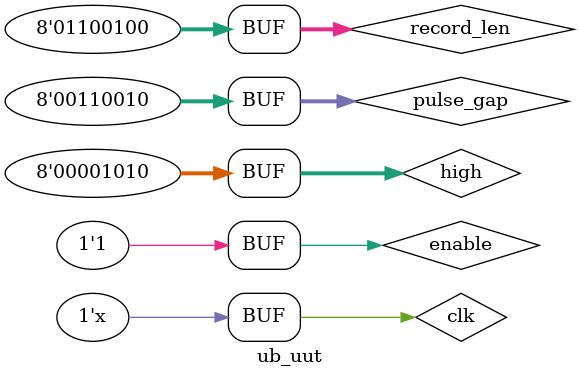
<source format=v>
`timescale 1ns / 1ps


module ub_uut;

	// Inputs
	reg [7:0] record_len;
	reg [7:0] pulse_gap;
	reg [7:0] high;
	reg clk;
	reg enable;

	// Outputs
	wire u_blank;

	// Instantiate the Unit Under Test (UUT)
	pulser_UBlank uut (
		.record_len(record_len), 
		.pulse_gap(pulse_gap), 
		.high(high), 
		.clk(clk), 
		.enable(enable), 
		.u_blank(u_blank)
	);
	
	always #2.5 clk = ~clk;
	
	initial begin
		// Initialize Inputs
		record_len = 8'd100;
		pulse_gap = 8'd50;
		high = 8'd10;
		clk = 0;
		enable = 1;

		// Wait 100 ns for global reset to finish
		#500;
        
		// Add stimulus here

	end
      
endmodule


</source>
